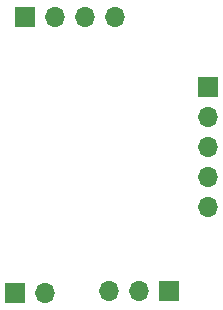
<source format=gbr>
%TF.GenerationSoftware,KiCad,Pcbnew,(6.0.5)*%
%TF.CreationDate,2022-07-28T20:15:56-06:00*%
%TF.ProjectId,sensor_board,73656e73-6f72-45f6-926f-6172642e6b69,rev?*%
%TF.SameCoordinates,Original*%
%TF.FileFunction,Soldermask,Bot*%
%TF.FilePolarity,Negative*%
%FSLAX46Y46*%
G04 Gerber Fmt 4.6, Leading zero omitted, Abs format (unit mm)*
G04 Created by KiCad (PCBNEW (6.0.5)) date 2022-07-28 20:15:56*
%MOMM*%
%LPD*%
G01*
G04 APERTURE LIST*
%ADD10R,1.700000X1.700000*%
%ADD11O,1.700000X1.700000*%
G04 APERTURE END LIST*
D10*
%TO.C,J1*%
X133800000Y-118900000D03*
D11*
X131260000Y-118900000D03*
X128720000Y-118900000D03*
%TD*%
D10*
%TO.C,J4*%
X137100000Y-101605000D03*
D11*
X137100000Y-104145000D03*
X137100000Y-106685000D03*
X137100000Y-109225000D03*
X137100000Y-111765000D03*
%TD*%
D10*
%TO.C,J3*%
X121610000Y-95700000D03*
D11*
X124150000Y-95700000D03*
X126690000Y-95700000D03*
X129230000Y-95700000D03*
%TD*%
D10*
%TO.C,J2*%
X120825000Y-119000000D03*
D11*
X123365000Y-119000000D03*
%TD*%
M02*

</source>
